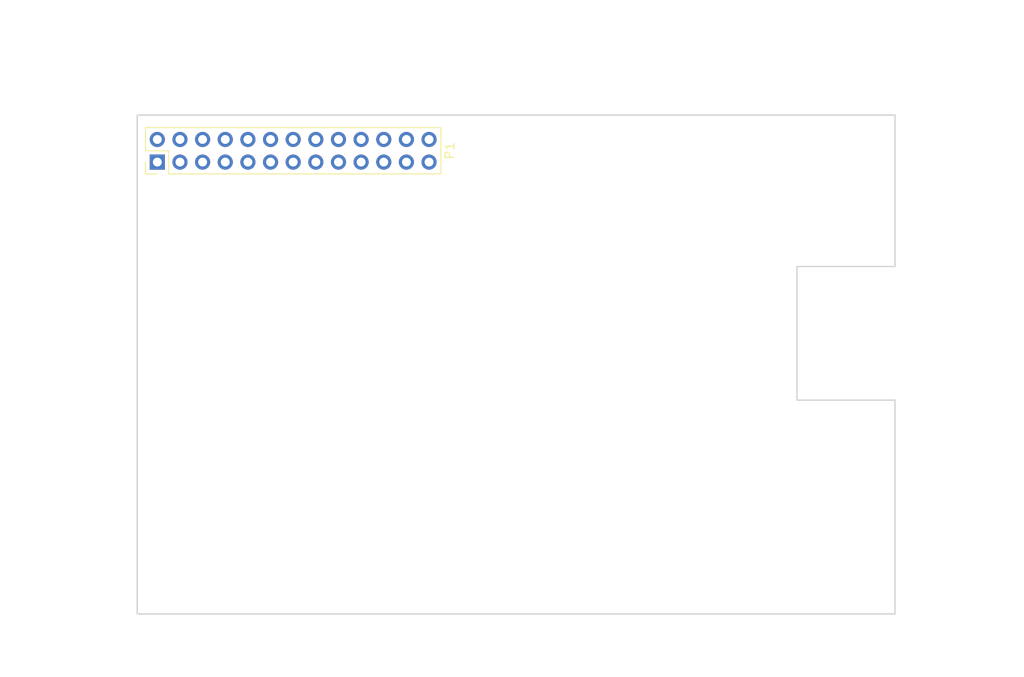
<source format=kicad_pcb>
(kicad_pcb (version 20171130) (host pcbnew no-vcs-found-c6d0075~61~ubuntu16.04.1)

  (general
    (thickness 1.6)
    (drawings 41)
    (tracks 0)
    (zones 0)
    (modules 1)
    (nets 27)
  )

  (page A3)
  (title_block
    (date "15 nov 2012")
  )

  (layers
    (0 F.Cu signal)
    (31 B.Cu signal)
    (32 B.Adhes user)
    (33 F.Adhes user)
    (34 B.Paste user)
    (35 F.Paste user)
    (36 B.SilkS user)
    (37 F.SilkS user)
    (38 B.Mask user)
    (39 F.Mask user)
    (40 Dwgs.User user)
    (41 Cmts.User user)
    (42 Eco1.User user)
    (43 Eco2.User user)
    (44 Edge.Cuts user)
  )

  (setup
    (last_trace_width 0.2)
    (trace_clearance 0.2)
    (zone_clearance 0.508)
    (zone_45_only no)
    (trace_min 0.1524)
    (segment_width 0.2)
    (edge_width 0.15)
    (via_size 0.9)
    (via_drill 0.6)
    (via_min_size 0.8)
    (via_min_drill 0.5)
    (uvia_size 0.5)
    (uvia_drill 0.1)
    (uvias_allowed no)
    (uvia_min_size 0.5)
    (uvia_min_drill 0.1)
    (pcb_text_width 0.3)
    (pcb_text_size 1 1)
    (mod_edge_width 0.15)
    (mod_text_size 1 1)
    (mod_text_width 0.15)
    (pad_size 1 1)
    (pad_drill 0.6)
    (pad_to_mask_clearance 0)
    (aux_axis_origin 143.5 181)
    (visible_elements 7FFFFFFF)
    (pcbplotparams
      (layerselection 0x00030_80000001)
      (usegerberextensions true)
      (usegerberattributes false)
      (usegerberadvancedattributes false)
      (creategerberjobfile false)
      (excludeedgelayer true)
      (linewidth 0.150000)
      (plotframeref false)
      (viasonmask false)
      (mode 1)
      (useauxorigin false)
      (hpglpennumber 1)
      (hpglpenspeed 20)
      (hpglpendiameter 15)
      (psnegative false)
      (psa4output false)
      (plotreference true)
      (plotvalue true)
      (plotinvisibletext false)
      (padsonsilk false)
      (subtractmaskfromsilk false)
      (outputformat 1)
      (mirror false)
      (drillshape 1)
      (scaleselection 1)
      (outputdirectory ""))
  )

  (net 0 "")
  (net 1 +5V)
  (net 2 GND)
  (net 3 +3V3)
  (net 4 "/GPIO0(SDA)")
  (net 5 "Net-(P1-Pad4)")
  (net 6 "/GPIO1(SCL)")
  (net 7 /GPIO4)
  (net 8 /TXD)
  (net 9 "Net-(P1-Pad9)")
  (net 10 /RXD)
  (net 11 /GPIO17)
  (net 12 /GPIO18)
  (net 13 /GPIO21)
  (net 14 "Net-(P1-Pad14)")
  (net 15 /GPIO22)
  (net 16 /GPIO23)
  (net 17 "Net-(P1-Pad17)")
  (net 18 /GPIO24)
  (net 19 "/GPIO10(MOSI)")
  (net 20 "Net-(P1-Pad20)")
  (net 21 "/GPIO9(MISO)")
  (net 22 /GPIO25)
  (net 23 "/GPIO11(SCLK)")
  (net 24 "/GPIO8(CE0)")
  (net 25 "Net-(P1-Pad25)")
  (net 26 "/GPIO7(CE1)")

  (net_class Default "This is the default net class."
    (clearance 0.2)
    (trace_width 0.2)
    (via_dia 0.9)
    (via_drill 0.6)
    (uvia_dia 0.5)
    (uvia_drill 0.1)
    (add_net +3V3)
    (add_net +5V)
    (add_net "/GPIO0(SDA)")
    (add_net "/GPIO1(SCL)")
    (add_net "/GPIO10(MOSI)")
    (add_net "/GPIO11(SCLK)")
    (add_net /GPIO17)
    (add_net /GPIO18)
    (add_net /GPIO21)
    (add_net /GPIO22)
    (add_net /GPIO23)
    (add_net /GPIO24)
    (add_net /GPIO25)
    (add_net /GPIO4)
    (add_net "/GPIO7(CE1)")
    (add_net "/GPIO8(CE0)")
    (add_net "/GPIO9(MISO)")
    (add_net /RXD)
    (add_net /TXD)
    (add_net GND)
    (add_net "Net-(P1-Pad14)")
    (add_net "Net-(P1-Pad17)")
    (add_net "Net-(P1-Pad20)")
    (add_net "Net-(P1-Pad25)")
    (add_net "Net-(P1-Pad4)")
    (add_net "Net-(P1-Pad9)")
  )

  (net_class Power ""
    (clearance 0.2)
    (trace_width 0.5)
    (via_dia 1)
    (via_drill 0.7)
    (uvia_dia 0.5)
    (uvia_drill 0.1)
  )

  (module Connector_PinHeader_2.54mm:PinHeader_2x13_P2.54mm_Vertical locked (layer F.Cu) (tedit 59FED5CC) (tstamp 5A6DBEA3)
    (at 145.75536 130.27914 90)
    (descr "Through hole straight pin header, 2x13, 2.54mm pitch, double rows")
    (tags "Through hole pin header THT 2x13 2.54mm double row")
    (path /50A55ABA)
    (fp_text reference P1 (at 1.27 32.80664 270) (layer F.SilkS)
      (effects (font (size 1 1) (thickness 0.15)))
    )
    (fp_text value CONN_13X2 (at 1.27 32.81 90) (layer F.Fab)
      (effects (font (size 1 1) (thickness 0.15)))
    )
    (fp_line (start 0 -1.27) (end 3.81 -1.27) (layer F.Fab) (width 0.1))
    (fp_line (start 3.81 -1.27) (end 3.81 31.75) (layer F.Fab) (width 0.1))
    (fp_line (start 3.81 31.75) (end -1.27 31.75) (layer F.Fab) (width 0.1))
    (fp_line (start -1.27 31.75) (end -1.27 0) (layer F.Fab) (width 0.1))
    (fp_line (start -1.27 0) (end 0 -1.27) (layer F.Fab) (width 0.1))
    (fp_line (start -1.33 31.81) (end 3.87 31.81) (layer F.SilkS) (width 0.12))
    (fp_line (start -1.33 1.27) (end -1.33 31.81) (layer F.SilkS) (width 0.12))
    (fp_line (start 3.87 -1.33) (end 3.87 31.81) (layer F.SilkS) (width 0.12))
    (fp_line (start -1.33 1.27) (end 1.27 1.27) (layer F.SilkS) (width 0.12))
    (fp_line (start 1.27 1.27) (end 1.27 -1.33) (layer F.SilkS) (width 0.12))
    (fp_line (start 1.27 -1.33) (end 3.87 -1.33) (layer F.SilkS) (width 0.12))
    (fp_line (start -1.33 0) (end -1.33 -1.33) (layer F.SilkS) (width 0.12))
    (fp_line (start -1.33 -1.33) (end 0 -1.33) (layer F.SilkS) (width 0.12))
    (fp_line (start -1.8 -1.8) (end -1.8 32.25) (layer F.CrtYd) (width 0.05))
    (fp_line (start -1.8 32.25) (end 4.35 32.25) (layer F.CrtYd) (width 0.05))
    (fp_line (start 4.35 32.25) (end 4.35 -1.8) (layer F.CrtYd) (width 0.05))
    (fp_line (start 4.35 -1.8) (end -1.8 -1.8) (layer F.CrtYd) (width 0.05))
    (fp_text user %R (at 1.27 15.24 180) (layer F.Fab)
      (effects (font (size 1 1) (thickness 0.15)))
    )
    (pad 1 thru_hole rect (at 0 0 90) (size 1.7 1.7) (drill 1) (layers *.Cu *.Mask)
      (net 3 +3V3))
    (pad 2 thru_hole oval (at 2.54 0 90) (size 1.7 1.7) (drill 1) (layers *.Cu *.Mask)
      (net 1 +5V))
    (pad 3 thru_hole oval (at 0 2.54 90) (size 1.7 1.7) (drill 1) (layers *.Cu *.Mask)
      (net 4 "/GPIO0(SDA)"))
    (pad 4 thru_hole oval (at 2.54 2.54 90) (size 1.7 1.7) (drill 1) (layers *.Cu *.Mask)
      (net 5 "Net-(P1-Pad4)"))
    (pad 5 thru_hole oval (at 0 5.08 90) (size 1.7 1.7) (drill 1) (layers *.Cu *.Mask)
      (net 6 "/GPIO1(SCL)"))
    (pad 6 thru_hole oval (at 2.54 5.08 90) (size 1.7 1.7) (drill 1) (layers *.Cu *.Mask)
      (net 2 GND))
    (pad 7 thru_hole oval (at 0 7.62 90) (size 1.7 1.7) (drill 1) (layers *.Cu *.Mask)
      (net 7 /GPIO4))
    (pad 8 thru_hole oval (at 2.54 7.62 90) (size 1.7 1.7) (drill 1) (layers *.Cu *.Mask)
      (net 8 /TXD))
    (pad 9 thru_hole oval (at 0 10.16 90) (size 1.7 1.7) (drill 1) (layers *.Cu *.Mask)
      (net 9 "Net-(P1-Pad9)"))
    (pad 10 thru_hole oval (at 2.54 10.16 90) (size 1.7 1.7) (drill 1) (layers *.Cu *.Mask)
      (net 10 /RXD))
    (pad 11 thru_hole oval (at 0 12.7 90) (size 1.7 1.7) (drill 1) (layers *.Cu *.Mask)
      (net 11 /GPIO17))
    (pad 12 thru_hole oval (at 2.54 12.7 90) (size 1.7 1.7) (drill 1) (layers *.Cu *.Mask)
      (net 12 /GPIO18))
    (pad 13 thru_hole oval (at 0 15.24 90) (size 1.7 1.7) (drill 1) (layers *.Cu *.Mask)
      (net 13 /GPIO21))
    (pad 14 thru_hole oval (at 2.54 15.24 90) (size 1.7 1.7) (drill 1) (layers *.Cu *.Mask)
      (net 14 "Net-(P1-Pad14)"))
    (pad 15 thru_hole oval (at 0 17.78 90) (size 1.7 1.7) (drill 1) (layers *.Cu *.Mask)
      (net 15 /GPIO22))
    (pad 16 thru_hole oval (at 2.54 17.78 90) (size 1.7 1.7) (drill 1) (layers *.Cu *.Mask)
      (net 16 /GPIO23))
    (pad 17 thru_hole oval (at 0 20.32 90) (size 1.7 1.7) (drill 1) (layers *.Cu *.Mask)
      (net 17 "Net-(P1-Pad17)"))
    (pad 18 thru_hole oval (at 2.54 20.32 90) (size 1.7 1.7) (drill 1) (layers *.Cu *.Mask)
      (net 18 /GPIO24))
    (pad 19 thru_hole oval (at 0 22.86 90) (size 1.7 1.7) (drill 1) (layers *.Cu *.Mask)
      (net 19 "/GPIO10(MOSI)"))
    (pad 20 thru_hole oval (at 2.54 22.86 90) (size 1.7 1.7) (drill 1) (layers *.Cu *.Mask)
      (net 20 "Net-(P1-Pad20)"))
    (pad 21 thru_hole oval (at 0 25.4 90) (size 1.7 1.7) (drill 1) (layers *.Cu *.Mask)
      (net 21 "/GPIO9(MISO)"))
    (pad 22 thru_hole oval (at 2.54 25.4 90) (size 1.7 1.7) (drill 1) (layers *.Cu *.Mask)
      (net 22 /GPIO25))
    (pad 23 thru_hole oval (at 0 27.94 90) (size 1.7 1.7) (drill 1) (layers *.Cu *.Mask)
      (net 23 "/GPIO11(SCLK)"))
    (pad 24 thru_hole oval (at 2.54 27.94 90) (size 1.7 1.7) (drill 1) (layers *.Cu *.Mask)
      (net 24 "/GPIO8(CE0)"))
    (pad 25 thru_hole oval (at 0 30.48 90) (size 1.7 1.7) (drill 1) (layers *.Cu *.Mask)
      (net 25 "Net-(P1-Pad25)"))
    (pad 26 thru_hole oval (at 2.54 30.48 90) (size 1.7 1.7) (drill 1) (layers *.Cu *.Mask)
      (net 26 "/GPIO7(CE1)"))
    (model ${KISYS3DMOD}/Connector_PinHeader_2.54mm.3dshapes/PinHeader_2x13_P2.54mm_Vertical.wrl
      (at (xyz 0 0 0))
      (scale (xyz 1 1 1))
      (rotate (xyz 0 0 0))
    )
  )

  (gr_text "RASPBERRY-PI ADDON BOARD\nVIEW FROM TOP\nNOTE: P1 SHOULD BE FITTED ON THE REVERSE OF THE BOARD" (at 144 183.5) (layer Dwgs.User)
    (effects (font (size 2 1.7) (thickness 0.12)) (justify left))
  )
  (dimension 56 (width 0.12) (layer Dwgs.User)
    (gr_text "56.000 mm" (at 132 153 90) (layer Dwgs.User)
      (effects (font (size 1 1) (thickness 0.12)))
    )
    (feature1 (pts (xy 143.5 125) (xy 131 125)))
    (feature2 (pts (xy 143.5 181) (xy 131 181)))
    (crossbar (pts (xy 133 181) (xy 133 125)))
    (arrow1a (pts (xy 133 125) (xy 133.58642 126.126503)))
    (arrow1b (pts (xy 133 125) (xy 132.41358 126.126503)))
    (arrow2a (pts (xy 133 181) (xy 133.58642 179.873497)))
    (arrow2b (pts (xy 133 181) (xy 132.41358 179.873497)))
  )
  (dimension 85 (width 0.12) (layer Dwgs.User)
    (gr_text "85.000 mm" (at 186 113.000001) (layer Dwgs.User)
      (effects (font (size 1 1) (thickness 0.12)))
    )
    (feature1 (pts (xy 228.5 125) (xy 228.5 112.000001)))
    (feature2 (pts (xy 143.5 125) (xy 143.5 112.000001)))
    (crossbar (pts (xy 143.5 114.000001) (xy 228.5 114.000001)))
    (arrow1a (pts (xy 228.5 114.000001) (xy 227.373497 114.586421)))
    (arrow1b (pts (xy 228.5 114.000001) (xy 227.373497 113.413581)))
    (arrow2a (pts (xy 143.5 114.000001) (xy 144.626503 114.586421)))
    (arrow2b (pts (xy 143.5 114.000001) (xy 144.626503 113.413581)))
  )
  (gr_text "RCA\nREMOVE WITH\nSTD HEADERS\n!NO TH ABOVE!" (at 188.5 118) (layer Dwgs.User)
    (effects (font (size 1 1) (thickness 0.12)))
  )
  (gr_text "1/8\" JACK\nOK WITH STD\nHEADERS\n!NO TH ABOVE!" (at 207.5 118) (layer Dwgs.User)
    (effects (font (size 1 1) (thickness 0.12)))
  )
  (gr_line (start 228.5 142) (end 228.5 125) (angle 90) (layer Edge.Cuts) (width 0.15))
  (gr_line (start 217.5 142) (end 228.5 142) (angle 90) (layer Edge.Cuts) (width 0.15))
  (gr_line (start 217.5 157) (end 217.5 142) (angle 90) (layer Edge.Cuts) (width 0.15))
  (gr_line (start 228.5 157) (end 217.5 157) (angle 90) (layer Edge.Cuts) (width 0.15))
  (gr_line (start 228.5 181) (end 228.5 157) (angle 90) (layer Edge.Cuts) (width 0.15))
  (gr_text "DOUBLE USB\nCUTOUT FOR ALL\nBOARDS" (at 236.5 149) (layer Dwgs.User)
    (effects (font (size 1 1) (thickness 0.12)))
  )
  (gr_text "RJ45\nCUTOUT FOR STD\nHEADERS\n!NO TH ABOVE!" (at 236.5 170) (layer Dwgs.User)
    (effects (font (size 1 1) (thickness 0.12)))
  )
  (gr_line (start 207.5 181) (end 228.5 162) (angle 90) (layer Dwgs.User) (width 0.2))
  (gr_line (start 207.5 162) (end 228.5 181) (angle 90) (layer Dwgs.User) (width 0.2))
  (gr_line (start 207.5 162) (end 228.5 162) (angle 90) (layer Dwgs.User) (width 0.2))
  (gr_line (start 207.5 181) (end 207.5 162) (angle 90) (layer Dwgs.User) (width 0.2))
  (gr_line (start 228.5 181) (end 207.5 181) (angle 90) (layer Dwgs.User) (width 0.2))
  (gr_line (start 228.5 162) (end 228.5 181) (angle 90) (layer Dwgs.User) (width 0.2))
  (gr_line (start 217.5 157) (end 228.5 142) (angle 90) (layer Dwgs.User) (width 0.2))
  (gr_line (start 217.5 142) (end 228.5 157) (angle 90) (layer Dwgs.User) (width 0.2))
  (gr_line (start 217.5 142) (end 228.5 142) (angle 90) (layer Dwgs.User) (width 0.2))
  (gr_line (start 217.5 157) (end 217.5 142) (angle 90) (layer Dwgs.User) (width 0.2))
  (gr_line (start 228.5 157) (end 217.5 157) (angle 90) (layer Dwgs.User) (width 0.2))
  (gr_line (start 228.5 142) (end 228.5 157) (angle 90) (layer Dwgs.User) (width 0.2))
  (gr_line (start 182.5 125) (end 194.5 139) (angle 90) (layer Dwgs.User) (width 0.2))
  (gr_line (start 182.5 139) (end 194.5 125) (angle 90) (layer Dwgs.User) (width 0.2))
  (gr_line (start 194.5 139) (end 194.5 138) (angle 90) (layer Dwgs.User) (width 0.2))
  (gr_line (start 182.5 139) (end 194.5 139) (angle 90) (layer Dwgs.User) (width 0.2))
  (gr_line (start 182.5 138) (end 182.5 139) (angle 90) (layer Dwgs.User) (width 0.2))
  (gr_line (start 214.5 125) (end 200.5 138) (angle 90) (layer Dwgs.User) (width 0.2))
  (gr_line (start 200.5 125) (end 214.5 138) (angle 90) (layer Dwgs.User) (width 0.2))
  (gr_line (start 200.5 138) (end 200.5 125) (angle 90) (layer Dwgs.User) (width 0.2))
  (gr_line (start 214.5 138) (end 200.5 138) (angle 90) (layer Dwgs.User) (width 0.2))
  (gr_line (start 214.5 125) (end 214.5 138) (angle 90) (layer Dwgs.User) (width 0.2))
  (gr_line (start 200.5 125) (end 214.5 125) (angle 90) (layer Dwgs.User) (width 0.2))
  (gr_line (start 194.5 125) (end 182.5 125) (angle 90) (layer Dwgs.User) (width 0.2))
  (gr_line (start 194.5 138) (end 194.5 125) (angle 90) (layer Dwgs.User) (width 0.2))
  (gr_line (start 182.5 125) (end 182.5 138) (angle 90) (layer Dwgs.User) (width 0.2))
  (gr_line (start 228.5 125) (end 143.5 125) (angle 90) (layer Edge.Cuts) (width 0.15))
  (gr_line (start 143.5 181) (end 228.5 181) (angle 90) (layer Edge.Cuts) (width 0.15))
  (gr_line (start 143.5 125) (end 143.5 181) (angle 90) (layer Edge.Cuts) (width 0.15))

)

</source>
